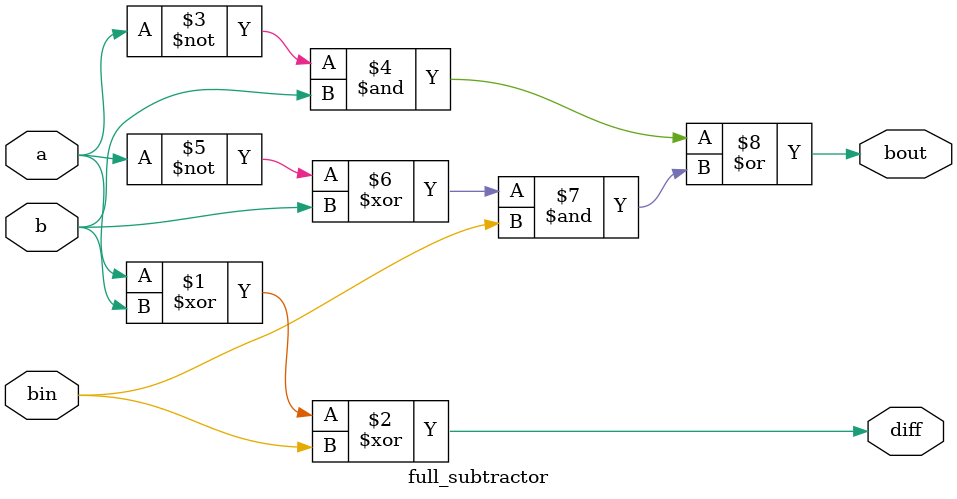
<source format=v>
module full_subtractor (
    input  wire a,
    input  wire b,
    input  wire bin,
    output wire diff,
    output wire bout
);
    assign diff = a ^ b ^ bin;
    assign bout = (~a & b) | ((~a ^ b) & bin);
endmodule

</source>
